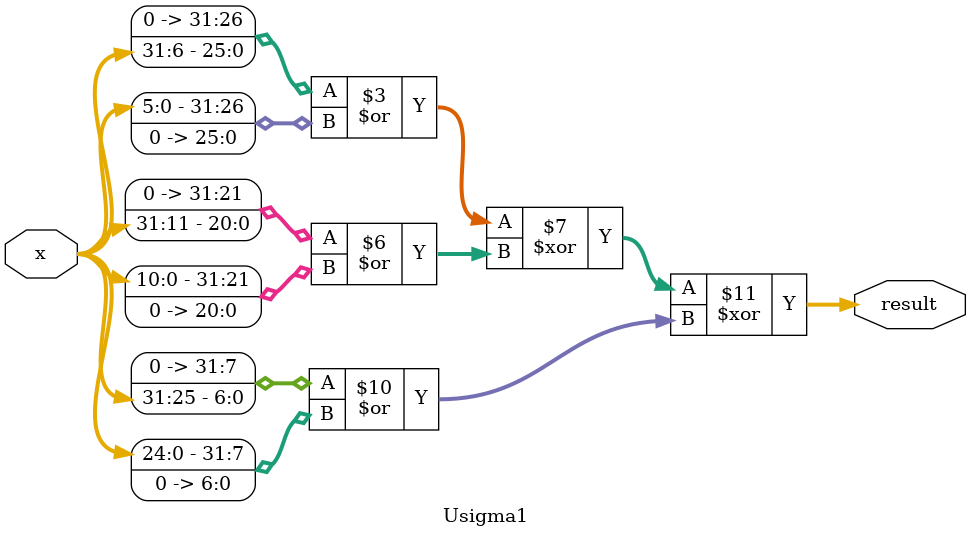
<source format=v>
module Usigma1
  (
  input [31:0] x,
  output [31:0] result
  );

    assign result = ((x >> 6) | (x << (32 - 6))) ^ ((x >> 11) | (x << (32 - 11))) ^ ((x >> 25) | (x << (32 - 25)));

endmodule
</source>
